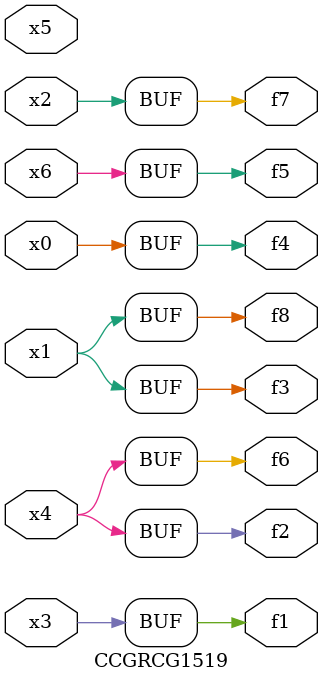
<source format=v>
module CCGRCG1519(
	input x0, x1, x2, x3, x4, x5, x6,
	output f1, f2, f3, f4, f5, f6, f7, f8
);
	assign f1 = x3;
	assign f2 = x4;
	assign f3 = x1;
	assign f4 = x0;
	assign f5 = x6;
	assign f6 = x4;
	assign f7 = x2;
	assign f8 = x1;
endmodule

</source>
